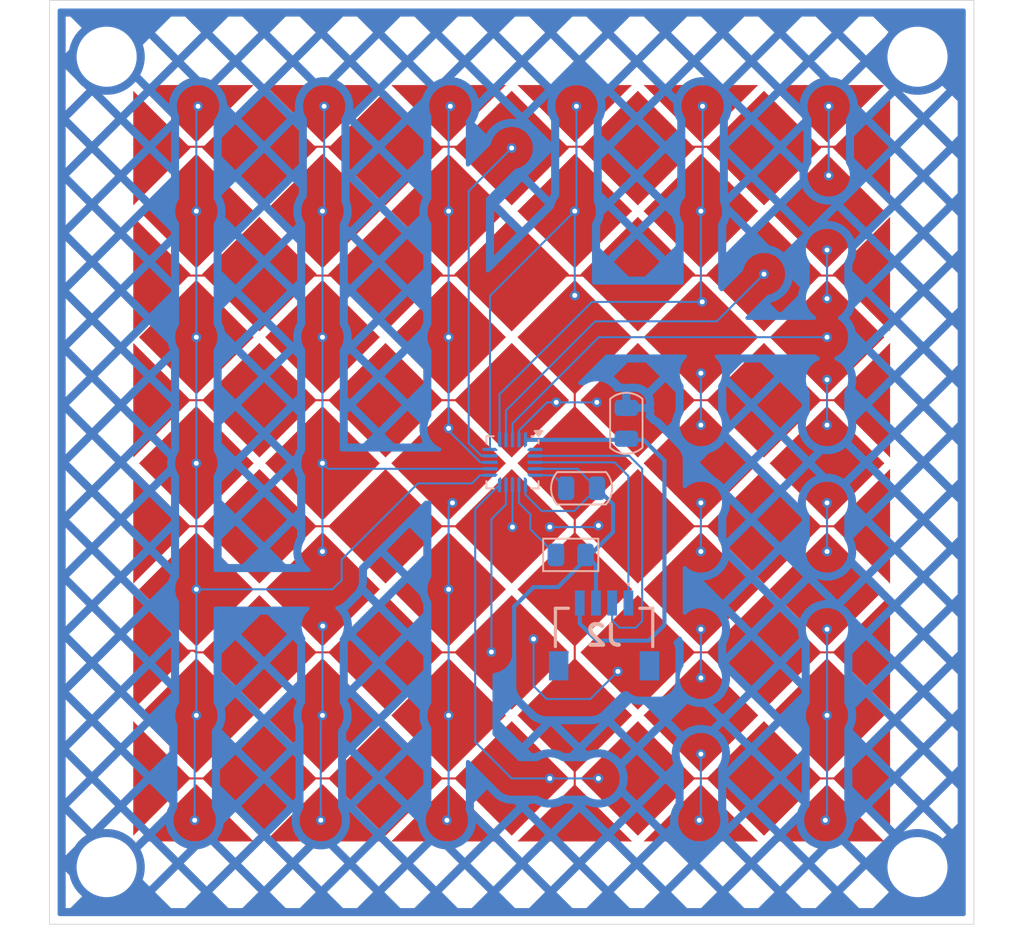
<source format=kicad_pcb>
(kicad_pcb (version 20241229) (generator "pcbnew") (generator_version "9.0")
  (layers (0 "F.Cu" signal) (2 "B.Cu" signal) (13 "F.Paste" user) (15 "B.Paste" user) (5 "F.SilkS" user "F.Silkscreen") (7 "B.SilkS" user "B.Silkscreen") (1 "F.Mask" user) (3 "B.Mask" user) (25 "Edge.Cuts" user))
  (net 0 "")
  (net 1 "GND")
  (net 2 "3.3V")
  (net 3 "Net-(U1-VREG)")
  (net 4 "/XY.SDA")
  (net 5 "/XY.SCL")
  (net 6 "Net-(U1-REXT)")
  (net 7 "/LED5{slash}ELE9")
  (net 8 "/LED4{slash}ELE8")
  (net 9 "/LED6{slash}ELE10")
  (net 10 "/LED1{slash}ELE5")
  (net 11 "/ELE2")
  (net 12 "/ELE3")
  (net 13 "/ELE1")
  (net 14 "/LED2{slash}ELE6")
  (net 15 "/LED7{slash}ELE11")
  (net 16 "/ELE0")
  (net 18 "/LED3{slash}ELE7")
  (net 19 "/LED0{slash}ELE4")
  (footprint "1MyLibrary:touchpad6x6" (layer "F.Cu") (at 177.1 87.303072)
    (property "Reference" "U2" (hide yes))
    (property "Value" "~" (hide yes))
    (pad "1" smd custom (at -19.79899 -4.122583 135) (size 1 1) (layers "F.Cu" "F.Mask") (net 16 "/ELE0") (options (clearance outline) (anchor rect)) (primitives (gr_poly (pts (xy -3.5 1.646447) (xy 1.5 1.646447) (xy 1.5 -3.353553)) (width 0) (fill yes))))
    (pad "1" smd rect (at -19.695437 -41.702797 315) (size 5 5) (layers "F.Cu" "F.Mask") (net 16 "/ELE0"))
    (pad "1" smd rect (at -19.695437 -33.924622 315) (size 5 5) (layers "F.Cu" "F.Mask") (net 16 "/ELE0"))
    (pad "1" smd rect (at -19.695437 -26.146447 315) (size 5 5) (layers "F.Cu" "F.Mask") (net 16 "/ELE0"))
    (pad "1" smd rect (at -19.695437 -18.368273 315) (size 5 5) (layers "F.Cu" "F.Mask") (net 16 "/ELE0"))
    (pad "1" smd rect (at -19.695437 -10.590098 315) (size 5 5) (layers "F.Cu" "F.Mask") (net 16 "/ELE0"))
    (pad "1" smd custom (at -19.591884 -48.17031 315) (size 1 1) (layers "F.Cu" "F.Mask") (net 16 "/ELE0") (options (clearance outline) (anchor rect)) (primitives (gr_poly (pts (xy -3.5 1.646447) (xy 1.5 1.646447) (xy 1.5 -3.353553)) (width 0) (fill yes))))
    (pad "2" smd custom (at -12.020816 -4.122583 135) (size 1 1) (layers "F.Cu" "F.Mask") (net 13 "/ELE1") (options (clearance outline) (anchor rect)) (primitives (gr_poly (pts (xy -3.5 1.646447) (xy 1.5 1.646447) (xy 1.5 -3.353553)) (width 0) (fill yes))))
    (pad "2" smd rect (at -11.917262 -41.702797 315) (size 5 5) (layers "F.Cu" "F.Mask") (net 13 "/ELE1"))
    (pad "2" smd rect (at -11.917262 -26.146447 315) (size 5 5) (layers "F.Cu" "F.Mask") (net 13 "/ELE1"))
    (pad "2" smd rect (at -11.917262 -10.590098 135) (size 5 5) (layers "F.Cu" "F.Mask") (net 13 "/ELE1"))
    (pad "2" smd rect (at -11.917261 -33.924623 315) (size 5 5) (layers "F.Cu" "F.Mask") (net 13 "/ELE1"))
    (pad "2" smd rect (at -11.917261 -18.368272 315) (size 5 5) (layers "F.Cu" "F.Mask") (net 13 "/ELE1"))
    (pad "2" smd custom (at -11.813709 -48.170311 315) (size 1 1) (layers "F.Cu" "F.Mask") (net 13 "/ELE1") (options (clearance outline) (anchor rect)) (primitives (gr_poly (pts (xy -3.5 1.646447) (xy 1.5 1.646447) (xy 1.5 -3.353553)) (width 0) (fill yes))))
    (pad "3" smd custom (at -4.242641 -4.122583 135) (size 1 1) (layers "F.Cu" "F.Mask") (net 11 "/ELE2") (options (clearance outline) (anchor rect)) (primitives (gr_poly (pts (xy -3.5 1.646447) (xy 1.5 1.646447) (xy 1.5 -3.353553)) (width 0) (fill yes))))
    (pad "3" smd rect (at -4.139088 -41.702797 315) (size 5 5) (layers "F.Cu" "F.Mask") (net 11 "/ELE2"))
    (pad "3" smd rect (at -4.139088 -33.924622 315) (size 5 5) (layers "F.Cu" "F.Mask") (net 11 "/ELE2"))
    (pad "3" smd rect (at -4.139088 -26.146447 315) (size 5 5) (layers "F.Cu" "F.Mask") (net 11 "/ELE2"))
    (pad "3" smd rect (at -4.139088 -18.368273 135) (size 5 5) (layers "F.Cu" "F.Mask") (net 11 "/ELE2"))
    (pad "3" smd rect (at -4.139088 -10.590098 135) (size 5 5) (layers "F.Cu" "F.Mask") (net 11 "/ELE2"))
    (pad "3" smd custom (at -4.035535 -48.17031 315) (size 1 1) (layers "F.Cu" "F.Mask") (net 11 "/ELE2") (options (clearance outline) (anchor rect)) (primitives (gr_poly (pts (xy -3.5 1.646447) (xy 1.5 1.646447) (xy 1.5 -3.353553)) (width 0) (fill yes))))
    (pad "4" smd custom (at 3.535533 -4.122583 135) (size 1 1) (layers "F.Cu" "F.Mask") (net 12 "/ELE3") (options (clearance outline) (anchor rect)) (primitives (gr_poly (pts (xy -3.5 1.646447) (xy 1.5 1.646447) (xy 1.5 -3.353553)) (width 0) (fill yes))))
    (pad "4" smd rect (at 3.639087 -41.702797 315) (size 5 5) (layers "F.Cu" "F.Mask") (net 12 "/ELE3"))
    (pad "4" smd rect (at 3.639087 -33.924622 315) (size 5 5) (layers "F.Cu" "F.Mask") (net 12 "/ELE3"))
    (pad "4" smd rect (at 3.639087 -26.146447 135) (size 5 5) (layers "F.Cu" "F.Mask") (net 12 "/ELE3"))
    (pad "4" smd rect (at 3.639087 -18.368273 135) (size 5 5) (layers "F.Cu" "F.Mask") (net 12 "/ELE3"))
    (pad "4" smd rect (at 3.639087 -10.590098 135) (size 5 5) (layers "F.Cu" "F.Mask") (net 12 "/ELE3"))
    (pad "4" smd custom (at 3.742641 -48.170311 315) (size 1 1) (layers "F.Cu" "F.Mask") (net 12 "/ELE3") (options (clearance outline) (anchor rect)) (primitives (gr_poly (pts (xy -3.5 1.646447) (xy 1.5 1.646447) (xy 1.5 -3.353553)) (width 0) (fill yes))))
    (pad "5" smd custom (at 11.313708 -4.122583 135) (size 1 1) (layers "F.Cu" "F.Mask") (net 19 "/LED0{slash}ELE4") (options (clearance outline) (anchor rect)) (primitives (gr_poly (pts (xy -3.5 1.646447) (xy 1.5 1.646447) (xy 1.5 -3.353553)) (width 0) (fill yes))))
    (pad "5" smd rect (at 11.417262 -41.702797 315) (size 5 5) (layers "F.Cu" "F.Mask") (net 19 "/LED0{slash}ELE4"))
    (pad "5" smd rect (at 11.417262 -33.924622 135) (size 5 5) (layers "F.Cu" "F.Mask") (net 19 "/LED0{slash}ELE4"))
    (pad "5" smd rect (at 11.417262 -26.146447 135) (size 5 5) (layers "F.Cu" "F.Mask") (net 19 "/LED0{slash}ELE4"))
    (pad "5" smd rect (at 11.417262 -18.368273 135) (size 5 5) (layers "F.Cu" "F.Mask") (net 19 "/LED0{slash}ELE4"))
    (pad "5" smd rect (at 11.417262 -10.590098 135) (size 5 5) (layers "F.Cu" "F.Mask") (net 19 "/LED0{slash}ELE4"))
    (pad "5" smd custom (at 11.520815 -48.170311 315) (size 1 1) (layers "F.Cu" "F.Mask") (net 19 "/LED0{slash}ELE4") (options (clearance outline) (anchor rect)) (primitives (gr_poly (pts (xy -3.5 1.646447) (xy 1.5 1.646447) (xy 1.5 -3.353553)) (width 0) (fill yes))))
    (pad "6" smd custom (at 19.091883 -4.122583 135) (size 1 1) (layers "F.Cu" "F.Mask") (net 10 "/LED1{slash}ELE5") (options (clearance outline) (anchor rect)) (primitives (gr_poly (pts (xy -3.5 1.646447) (xy 1.5 1.646447) (xy 1.5 -3.353553)) (width 0) (fill yes))))
    (pad "6" smd rect (at 19.195436 -41.702797 135) (size 5 5) (layers "F.Cu" "F.Mask") (net 10 "/LED1{slash}ELE5"))
    (pad "6" smd rect (at 19.195436 -33.924622 135) (size 5 5) (layers "F.Cu" "F.Mask") (net 10 "/LED1{slash}ELE5"))
    (pad "6" smd rect (at 19.195436 -26.146447 135) (size 5 5) (layers "F.Cu" "F.Mask") (net 10 "/LED1{slash}ELE5"))
    (pad "6" smd rect (at 19.195436 -18.368273 135) (size 5 5) (layers "F.Cu" "F.Mask") (net 10 "/LED1{slash}ELE5"))
    (pad "6" smd rect (at 19.195436 -10.590098 135) (size 5 5) (layers "F.Cu" "F.Mask") (net 10 "/LED1{slash}ELE5"))
    (pad "6" smd custom (at 19.29899 -48.170311 315) (size 1 1) (layers "F.Cu" "F.Mask") (net 10 "/LED1{slash}ELE5") (options (clearance outline) (anchor rect)) (primitives (gr_poly (pts (xy -3.5 1.646447) (xy 1.5 1.646447) (xy 1.5 -3.353553)) (width 0) (fill yes))))
    (pad "7" smd custom (at -22.273864 -6.804565 45) (size 1 1) (layers "F.Cu" "F.Mask") (net 14 "/LED2{slash}ELE6") (options (clearance outline) (anchor rect)) (primitives (gr_poly (pts (xy -3.5 1.646447) (xy 1.5 1.646447) (xy 1.5 -3.353553)) (width 0) (fill yes))))
    (pad "7" smd rect (at -15.806349 -6.701011 135) (size 5 5) (layers "F.Cu" "F.Mask") (net 14 "/LED2{slash}ELE6"))
    (pad "7" smd rect (at -8.028175 -6.701011 135) (size 5 5) (layers "F.Cu" "F.Mask") (net 14 "/LED2{slash}ELE6"))
    (pad "7" smd rect (at -0.25 -6.701011 135) (size 5 5) (layers "F.Cu" "F.Mask") (net 14 "/LED2{slash}ELE6"))
    (pad "7" smd rect (at 7.528174 -6.701011 135) (size 5 5) (layers "F.Cu" "F.Mask") (net 14 "/LED2{slash}ELE6"))
    (pad "7" smd rect (at 15.306349 -6.701011 135) (size 5 5) (layers "F.Cu" "F.Mask") (net 14 "/LED2{slash}ELE6"))
    (pad "7" smd custom (at 21.773864 -6.597457 225) (size 1 1) (layers "F.Cu" "F.Mask") (net 14 "/LED2{slash}ELE6") (options (clearance outline) (anchor rect)) (primitives (gr_poly (pts (xy -3.5 1.646447) (xy 1.5 1.646447) (xy 1.5 -3.353553)) (width 0) (fill yes))))
    (pad "8" smd custom (at -22.273864 -14.582739 45) (size 1 1) (layers "F.Cu" "F.Mask") (net 18 "/LED3{slash}ELE7") (options (clearance outline) (anchor rect)) (primitives (gr_poly (pts (xy -3.5 1.646447) (xy 1.5 1.646447) (xy 1.5 -3.353553)) (width 0) (fill yes))))
    (pad "8" smd rect (at -15.806349 -14.479185 315) (size 5 5) (layers "F.Cu" "F.Mask") (net 18 "/LED3{slash}ELE7"))
    (pad "8" smd rect (at -8.028175 -14.479185 135) (size 5 5) (layers "F.Cu" "F.Mask") (net 18 "/LED3{slash}ELE7"))
    (pad "8" smd rect (at -0.25 -14.479185 135) (size 5 5) (layers "F.Cu" "F.Mask") (net 18 "/LED3{slash}ELE7"))
    (pad "8" smd rect (at 7.528174 -14.479185 135) (size 5 5) (layers "F.Cu" "F.Mask") (net 18 "/LED3{slash}ELE7"))
    (pad "8" smd rect (at 15.306349 -14.479185 135) (size 5 5) (layers "F.Cu" "F.Mask") (net 18 "/LED3{slash}ELE7"))
    (pad "8" smd custom (at 21.773864 -14.375632 225) (size 1 1) (layers "F.Cu" "F.Mask") (net 18 "/LED3{slash}ELE7") (options (clearance outline) (anchor rect)) (primitives (gr_poly (pts (xy -3.5 1.646447) (xy 1.5 1.646447) (xy 1.5 -3.353553)) (width 0) (fill yes))))
    (pad "9" smd custom (at -22.273864 -22.360914 45) (size 1 1) (layers "F.Cu" "F.Mask") (net 8 "/LED4{slash}ELE8") (options (clearance outline) (anchor rect)) (primitives (gr_poly (pts (xy -3.5 1.646447) (xy 1.5 1.646447) (xy 1.5 -3.353553)) (width 0) (fill yes))))
    (pad "9" smd rect (at -15.806349 -22.25736 315) (size 5 5) (layers "F.Cu" "F.Mask") (net 8 "/LED4{slash}ELE8"))
    (pad "9" smd rect (at -8.028175 -22.25736 315) (size 5 5) (layers "F.Cu" "F.Mask") (net 8 "/LED4{slash}ELE8"))
    (pad "9" smd rect (at -0.25 -22.25736 135) (size 5 5) (layers "F.Cu" "F.Mask") (net 8 "/LED4{slash}ELE8"))
    (pad "9" smd rect (at 7.528174 -22.25736 135) (size 5 5) (layers "F.Cu" "F.Mask") (net 8 "/LED4{slash}ELE8"))
    (pad "9" smd rect (at 15.306349 -22.25736 135) (size 5 5) (layers "F.Cu" "F.Mask") (net 8 "/LED4{slash}ELE8"))
    (pad "9" smd custom (at 21.773864 -22.153806 225) (size 1 1) (layers "F.Cu" "F.Mask") (net 8 "/LED4{slash}ELE8") (options (clearance outline) (anchor rect)) (primitives (gr_poly (pts (xy -3.5 1.646447) (xy 1.5 1.646447) (xy 1.5 -3.353553)) (width 0) (fill yes))))
    (pad "10" smd custom (at -22.273864 -30.139088 45) (size 1 1) (layers "F.Cu" "F.Mask") (net 7 "/LED5{slash}ELE9") (options (clearance outline) (anchor rect)) (primitives (gr_poly (pts (xy -3.5 1.646447) (xy 1.5 1.646447) (xy 1.5 -3.353553)) (width 0) (fill yes))))
    (pad "10" smd rect (at -15.806349 -30.035535 315) (size 5 5) (layers "F.Cu" "F.Mask") (net 7 "/LED5{slash}ELE9"))
    (pad "10" smd rect (at -8.028175 -30.035535 315) (size 5 5) (layers "F.Cu" "F.Mask") (net 7 "/LED5{slash}ELE9"))
    (pad "10" smd rect (at -0.250001 -30.035534 315) (size 5 5) (layers "F.Cu" "F.Mask") (net 7 "/LED5{slash}ELE9"))
    (pad "10" smd rect (at 7.528174 -30.035535 135) (size 5 5) (layers "F.Cu" "F.Mask") (net 7 "/LED5{slash}ELE9"))
    (pad "10" smd rect (at 15.306349 -30.035535 135) (size 5 5) (layers "F.Cu" "F.Mask") (net 7 "/LED5{slash}ELE9"))
    (pad "10" smd custom (at 21.773864 -29.931981 225) (size 1 1) (layers "F.Cu" "F.Mask") (net 7 "/LED5{slash}ELE9") (options (clearance outline) (anchor rect)) (primitives (gr_poly (pts (xy -3.5 1.646447) (xy 1.5 1.646447) (xy 1.5 -3.353553)) (width 0) (fill yes))))
    (pad "11" smd custom (at -22.273864 -37.917263 45) (size 1 1) (layers "F.Cu" "F.Mask") (net 9 "/LED6{slash}ELE10") (options (clearance outline) (anchor rect)) (primitives (gr_poly (pts (xy -3.5 1.646447) (xy 1.5 1.646447) (xy 1.5 -3.353553)) (width 0) (fill yes))))
    (pad "11" smd rect (at -15.806349 -37.813709 315) (size 5 5) (layers "F.Cu" "F.Mask") (net 9 "/LED6{slash}ELE10"))
    (pad "11" smd rect (at -8.028175 -37.813709 315) (size 5 5) (layers "F.Cu" "F.Mask") (net 9 "/LED6{slash}ELE10"))
    (pad "11" smd rect (at -0.25 -37.813709 315) (size 5 5) (layers "F.Cu" "F.Mask") (net 9 "/LED6{slash}ELE10"))
    (pad "11" smd rect (at 7.528174 -37.813709 315) (size 5 5) (layers "F.Cu" "F.Mask") (net 9 "/LED6{slash}ELE10"))
    (pad "11" smd rect (at 15.306349 -37.813709 135) (size 5 5) (layers "F.Cu" "F.Mask") (net 9 "/LED6{slash}ELE10"))
    (pad "11" smd custom (at 21.773864 -37.710156 225) (size 1 1) (layers "F.Cu" "F.Mask") (net 9 "/LED6{slash}ELE10") (options (clearance outline) (anchor rect)) (primitives (gr_poly (pts (xy -3.5 1.646447) (xy 1.5 1.646447) (xy 1.5 -3.353553)) (width 0) (fill yes))))
    (pad "12" smd custom (at -22.273864 -45.695437 45) (size 1 1) (layers "F.Cu" "F.Mask") (net 15 "/LED7{slash}ELE11") (options (clearance outline) (anchor rect)) (primitives (gr_poly (pts (xy -3.5 1.646447) (xy 1.5 1.646447) (xy 1.5 -3.353553)) (width 0) (fill yes))))
    (pad "12" smd rect (at -15.80635 -45.591883 315) (size 5 5) (layers "F.Cu" "F.Mask") (net 15 "/LED7{slash}ELE11"))
    (pad "12" smd rect (at -8.028175 -45.591884 315) (size 5 5) (layers "F.Cu" "F.Mask") (net 15 "/LED7{slash}ELE11"))
    (pad "12" smd rect (at -0.250001 -45.591883 315) (size 5 5) (layers "F.Cu" "F.Mask") (net 15 "/LED7{slash}ELE11"))
    (pad "12" smd rect (at 7.528174 -45.591884 315) (size 5 5) (layers "F.Cu" "F.Mask") (net 15 "/LED7{slash}ELE11"))
    (pad "12" smd rect (at 15.30635 -45.591883 315) (size 5 5) (layers "F.Cu" "F.Mask") (net 15 "/LED7{slash}ELE11"))
    (pad "12" smd custom (at 21.773864 -45.48833 225) (size 1 1) (layers "F.Cu" "F.Mask") (net 15 "/LED7{slash}ELE11") (options (clearance outline) (anchor rect)) (primitives (gr_poly (pts (xy -3.5 1.646447) (xy 1.5 1.646447) (xy 1.5 -3.353553)) (width 0) (fill yes))))
  )
  (footprint "MountingHole:MountingHole_3.2mm_M3" (layer "F.Cu") (at 201.875 86.075)
    (property "Reference" "H4" (hide yes))
    (property "Value" "MountingHole_M3")
    (pad "" np_thru_hole circle (at 0 0) (size 3.2 3.2) (drill 3.2) (layers "*.Cu" "*.Mask"))
  )
  (footprint "MountingHole:MountingHole_3.2mm_M3" (layer "F.Cu") (at 151.875 86.075)
    (property "Reference" "H3" (hide yes))
    (property "Value" "MountingHole_M3")
    (pad "" np_thru_hole circle (at 0 0) (size 3.2 3.2) (drill 3.2) (layers "*.Cu" "*.Mask"))
  )
  (footprint "MountingHole:MountingHole_3.2mm_M3" (layer "F.Cu") (at 201.875 36.075)
    (property "Reference" "H2" (hide yes))
    (property "Value" "MountingHole_M3")
    (pad "" np_thru_hole circle (at 0 0) (size 3.2 3.2) (drill 3.2) (layers "*.Cu" "*.Mask"))
  )
  (footprint "MountingHole:MountingHole_3.2mm_M3" (layer "F.Cu") (at 151.875 36.075)
    (property "Reference" "H1" (hide yes))
    (property "Value" "MountingHole_M3")
    (pad "" np_thru_hole circle (at 0 0) (size 3.2 3.2) (drill 3.2) (layers "*.Cu" "*.Mask"))
  )
  (footprint "PCM_Resistor_SMD_AKL:R_0805_2012Metric" (layer "B.Cu") (at 180.490894 66.81 180)
    (property "Reference" "R3" (hide yes))
    (property "Value" "75K" (hide yes))
    (fp_line (start 1.7 1) (end 1.7 -1) (stroke (width 0.12)) (layer "B.SilkS"))
    (fp_line (start 1.7 -1) (end -1.7 -1) (stroke (width 0.12)) (layer "B.SilkS"))
    (fp_line (start -1.7 1) (end 1.7 1) (stroke (width 0.12)) (layer "B.SilkS"))
    (fp_line (start -1.7 -1) (end -1.7 1) (stroke (width 0.12)) (layer "B.SilkS"))
    (pad "1" smd roundrect (at -0.9125 0 180) (size 1.025 1.4) (layers "B.Cu" "B.Mask" "B.Paste") (roundrect_rratio 0.243902) (net 1 "GND"))
    (pad "2" smd roundrect (at 0.9125 0 180) (size 1.025 1.4) (layers "B.Cu" "B.Mask" "B.Paste") (roundrect_rratio 0.243902) (net 6 "Net-(U1-REXT)"))
  )
  (footprint "footprint:SM04BSRSSTB" (layer "B.Cu") (at 182.547113 72.065894 180)
    (property "Reference" "J2" (at 0 0.288 0) (layer "B.SilkS") (effects (font (size 1.27 1.27) (thickness 0.254)) (justify mirror)))
    (property "Value" "SM04B-SRSS-TB" (hide yes))
    (fp_line (start 3 1.963) (end 2.2 1.963) (stroke (width 0.2)) (layer "B.SilkS"))
    (fp_line (start 3 -0.4) (end 3 1.963) (stroke (width 0.2)) (layer "B.SilkS"))
    (fp_line (start -1.5 3.5) (end -1.5 3.5) (stroke (width 0.1)) (layer "B.SilkS"))
    (fp_line (start -1.5 3.4) (end -1.5 3.4) (stroke (width 0.1)) (layer "B.SilkS"))
    (fp_line (start -3 1.963) (end -2.2 1.963) (stroke (width 0.2)) (layer "B.SilkS"))
    (fp_line (start -3 -0.4) (end -3 1.963) (stroke (width 0.2)) (layer "B.SilkS"))
    (fp_arc (start -1.5 3.5) (mid -1.55 3.45) (end -1.5 3.4) (stroke (width 0.1)) (layer "B.SilkS"))
    (fp_arc (start -1.5 3.4) (mid -1.45 3.45) (end -1.5 3.5) (stroke (width 0.1)) (layer "B.SilkS"))
    (pad "1" smd rect (at -1.5 2.287 180) (size 0.6 1.55) (layers "B.Cu" "B.Mask" "B.Paste") (net 4 "/XY.SDA"))
    (pad "2" smd rect (at -0.5 2.287 180) (size 0.6 1.55) (layers "B.Cu" "B.Mask" "B.Paste") (net 5 "/XY.SCL"))
    (pad "3" smd rect (at 0.5 2.287 180) (size 0.6 1.55) (layers "B.Cu" "B.Mask" "B.Paste") (net 1 "GND"))
    (pad "4" smd rect (at 1.5 2.287 180) (size 0.6 1.55) (layers "B.Cu" "B.Mask" "B.Paste") (net 2 "3.3V"))
    (pad "MP1" smd rect (at -2.8 -1.588 180) (size 1.2 1.8) (layers "B.Cu" "B.Mask" "B.Paste"))
    (pad "MP2" smd rect (at 2.8 -1.588 180) (size 1.2 1.8) (layers "B.Cu" "B.Mask" "B.Paste"))
  )
  (footprint "Package_DFN_QFN:UQFN-20_3x3mm_P0.4mm" (layer "B.Cu") (at 176.9 61.1 180)
    (property "Reference" "U1" (hide yes))
    (property "Value" "MPR121QR2")
    (fp_line (start 1.61 1.61) (end 1.61 1.16) (stroke (width 0.12)) (layer "B.SilkS"))
    (fp_line (start 1.61 -1.61) (end 1.61 -1.16) (stroke (width 0.12)) (layer "B.SilkS"))
    (fp_line (start 1.16 1.61) (end 1.61 1.61) (stroke (width 0.12)) (layer "B.SilkS"))
    (fp_line (start 1.16 -1.61) (end 1.61 -1.61) (stroke (width 0.12)) (layer "B.SilkS"))
    (fp_line (start -1.16 1.61) (end -1.31 1.61) (stroke (width 0.12)) (layer "B.SilkS"))
    (fp_line (start -1.16 -1.61) (end -1.61 -1.61) (stroke (width 0.12)) (layer "B.SilkS"))
    (fp_line (start -1.61 1.16) (end -1.61 1.37) (stroke (width 0.12)) (layer "B.SilkS"))
    (fp_line (start -1.61 -1.61) (end -1.61 -1.16) (stroke (width 0.12)) (layer "B.SilkS"))
    (fp_poly (pts (xy -1.61 1.61) (xy -1.85 1.94) (xy -1.37 1.94) (xy -1.61 1.61)) (stroke (width 0.12)) (fill yes) (layer "B.SilkS"))
    (pad "1" smd custom (at -1.3875 0.8 180) (size 0.115147 0.115147) (layers "B.Cu" "B.Mask" "B.Paste") (options (clearance outline) (anchor circle)) (primitives (gr_poly (pts (xy -0.4225 0.06) (xy 0.325931 0.06) (xy 0.4225 -0.036569) (xy 0.4225 -0.06) (xy -0.4225 -0.06)) (width 0.08) (fill yes))))
    (pad "2" smd roundrect (at -1.3875 0.4 180) (size 0.925 0.2) (layers "B.Cu" "B.Mask" "B.Paste") (net 5 "/XY.SCL"))
    (pad "3" smd roundrect (at -1.3875 0 180) (size 0.925 0.2) (layers "B.Cu" "B.Mask" "B.Paste") (net 4 "/XY.SDA"))
    (pad "4" smd roundrect (at -1.3875 -0.4 180) (size 0.925 0.2) (layers "B.Cu" "B.Mask" "B.Paste") (net 1 "GND"))
    (pad "5" smd custom (at -1.3875 -0.8 180) (size 0.115147 0.115147) (layers "B.Cu" "B.Mask" "B.Paste") (net 3 "Net-(U1-VREG)") (options (clearance outline) (anchor circle)) (primitives (gr_poly (pts (xy -0.4225 0.06) (xy 0.4225 0.06) (xy 0.4225 0.036569) (xy 0.325931 -0.06) (xy -0.4225 -0.06)) (width 0.08) (fill yes))))
    (pad "6" smd custom (at -0.8 -1.3875 180) (size 0.115147 0.115147) (layers "B.Cu" "B.Mask" "B.Paste") (net 1 "GND") (options (clearance outline) (anchor circle)) (primitives (gr_poly (pts (xy -0.06 0.325931) (xy 0.036569 0.4225) (xy 0.06 0.4225) (xy 0.06 -0.4225) (xy -0.06 -0.4225)) (width 0.08) (fill yes))))
    (pad "7" smd roundrect (at -0.4 -1.3875 180) (size 0.2 0.925) (layers "B.Cu" "B.Mask" "B.Paste") (net 6 "Net-(U1-REXT)"))
    (pad "8" smd roundrect (at 0 -1.3875 180) (size 0.2 0.925) (layers "B.Cu" "B.Mask" "B.Paste") (net 8 "/LED4{slash}ELE8"))
    (pad "9" smd roundrect (at 0.4 -1.3875 180) (size 0.2 0.925) (layers "B.Cu" "B.Mask" "B.Paste") (net 18 "/LED3{slash}ELE7"))
    (pad "10" smd custom (at 0.8 -1.3875 180) (size 0.115147 0.115147) (layers "B.Cu" "B.Mask" "B.Paste") (net 14 "/LED2{slash}ELE6") (options (clearance outline) (anchor circle)) (primitives (gr_poly (pts (xy -0.06 0.4225) (xy -0.036569 0.4225) (xy 0.06 0.325931) (xy 0.06 -0.4225) (xy -0.06 -0.4225)) (width 0.08) (fill yes))))
    (pad "11" smd custom (at 1.3875 -0.8 180) (size 0.115147 0.115147) (layers "B.Cu" "B.Mask" "B.Paste") (net 16 "/ELE0") (options (clearance outline) (anchor circle)) (primitives (gr_poly (pts (xy -0.4225 0.06) (xy 0.4225 0.06) (xy 0.4225 -0.06) (xy -0.325931 -0.06) (xy -0.4225 0.036569)) (width 0.08) (fill yes))))
    (pad "12" smd roundrect (at 1.3875 -0.4 180) (size 0.925 0.2) (layers "B.Cu" "B.Mask" "B.Paste") (net 13 "/ELE1"))
    (pad "13" smd roundrect (at 1.3875 0 180) (size 0.925 0.2) (layers "B.Cu" "B.Mask" "B.Paste") (net 11 "/ELE2"))
    (pad "14" smd roundrect (at 1.3875 0.4 180) (size 0.925 0.2) (layers "B.Cu" "B.Mask" "B.Paste") (net 15 "/LED7{slash}ELE11"))
    (pad "15" smd custom (at 1.3875 0.8 180) (size 0.115147 0.115147) (layers "B.Cu" "B.Mask" "B.Paste") (net 12 "/ELE3") (options (clearance outline) (anchor circle)) (primitives (gr_poly (pts (xy -0.4225 -0.036569) (xy -0.325931 0.06) (xy 0.4225 0.06) (xy 0.4225 -0.06) (xy -0.4225 -0.06)) (width 0.08) (fill yes))))
    (pad "16" smd custom (at 0.8 1.3875 180) (size 0.115147 0.115147) (layers "B.Cu" "B.Mask" "B.Paste") (net 19 "/LED0{slash}ELE4") (options (clearance outline) (anchor circle)) (primitives (gr_poly (pts (xy -0.06 0.4225) (xy 0.06 0.4225) (xy 0.06 -0.325931) (xy -0.036569 -0.4225) (xy -0.06 -0.4225)) (width 0.08) (fill yes))))
    (pad "17" smd roundrect (at 0.4 1.3875 180) (size 0.2 0.925) (layers "B.Cu" "B.Mask" "B.Paste") (net 9 "/LED6{slash}ELE10"))
    (pad "18" smd roundrect (at 0 1.3875 180) (size 0.2 0.925) (layers "B.Cu" "B.Mask" "B.Paste") (net 10 "/LED1{slash}ELE5"))
    (pad "19" smd roundrect (at -0.4 1.3875 180) (size 0.2 0.925) (layers "B.Cu" "B.Mask" "B.Paste") (net 7 "/LED5{slash}ELE9"))
    (pad "20" smd custom (at -0.8 1.3875 180) (size 0.115147 0.115147) (layers "B.Cu" "B.Mask" "B.Paste") (net 2 "3.3V") (options (clearance outline) (anchor circle)) (primitives (gr_poly (pts (xy -0.06 0.4225) (xy 0.06 0.4225) (xy 0.06 -0.4225) (xy 0.036569 -0.4225) (xy -0.06 -0.325931)) (width 0.08) (fill yes))))
  )
  (footprint "PCM_Capacitor_SMD_AKL:C_0805_2012Metric" (layer "B.Cu") (at 183.92 58.690894 90)
    (property "Reference" "C1" (hide yes))
    (property "Value" "100N" (hide yes))
    (fp_line (start 1.5 -1) (end -1.5 -1) (stroke (width 0.12)) (layer "B.SilkS"))
    (fp_line (start -1.5 1) (end 1.5 1) (stroke (width 0.12)) (layer "B.SilkS"))
    (fp_arc (start 1.5 -1) (mid 1.880894 0) (end 1.5 1) (stroke (width 0.12)) (layer "B.SilkS"))
    (fp_arc (start -1.5 1) (mid -1.880894 0) (end -1.5 -1) (stroke (width 0.12)) (layer "B.SilkS"))
    (pad "1" smd roundrect (at -0.949999 0 90) (size 1 1.45) (layers "B.Cu" "B.Mask" "B.Paste") (net 2 "3.3V"))
    (pad "2" smd roundrect (at 0.949999 0 90) (size 1 1.45) (layers "B.Cu" "B.Mask" "B.Paste") (net 1 "GND"))
  )
  (footprint "PCM_Capacitor_SMD_AKL:C_0805_2012Metric" (layer "B.Cu") (at 181.16 62.7)
    (property "Reference" "C2" (hide yes))
    (property "Value" "100N" (hide yes))
    (fp_line (start -1.5 1) (end 1.5 1) (stroke (width 0.12)) (layer "B.SilkS"))
    (fp_line (start 1.5 -1) (end -1.5 -1) (stroke (width 0.12)) (layer "B.SilkS"))
    (fp_arc (start -1.5 1) (mid -1.880894 0) (end -1.5 -1) (stroke (width 0.12)) (layer "B.SilkS"))
    (fp_arc (start 1.5 -1) (mid 1.880894 0) (end 1.5 1) (stroke (width 0.12)) (layer "B.SilkS"))
    (pad "1" smd roundrect (at -0.949999 0) (size 1 1.45) (layers "B.Cu" "B.Mask" "B.Paste") (net 3 "Net-(U1-VREG)"))
    (pad "2" smd roundrect (at 0.949999 0) (size 1 1.45) (layers "B.Cu" "B.Mask" "B.Paste") (net 1 "GND"))
  )
  (gr_rect (start 148.35 32.6) (end 205.35 89.6) (stroke (width 0.05)) (fill no) (layer "Edge.Cuts"))
  (segment (start 180.709999 64.1) (end 182.109999 62.7) (width 0.127) (layer "B.Cu") (net 1))
  (segment (start 181.403394 66.81) (end 181.69 66.81) (width 0.254) (layer "B.Cu") (net 1))
  (segment (start 181.403394 67.096606) (end 180 68.5) (width 0.254) (layer "B.Cu") (net 1))
  (segment (start 180.909999 61.5) (end 178.2875 61.5) (width 0.127) (layer "B.Cu") (net 1))
  (segment (start 178.7 64.1) (end 180.709999 64.1) (width 0.127) (layer "B.Cu") (net 1))
  (segment (start 182.109999 62.7) (end 180.909999 61.5) (width 0.127) (layer "B.Cu") (net 1))
  (segment (start 181.403394 66.81) (end 182.047113 67.453719) (width 0.254) (layer "B.Cu") (net 1))
  (segment (start 183.1 63.690001) (end 182.109999 62.7) (width 0.254) (layer "B.Cu") (net 1))
  (segment (start 177.7 63.1) (end 178.7 64.1) (width 0.127) (layer "B.Cu") (net 1))
  (segment (start 183.1 65.4) (end 183.1 63.690001) (width 0.254) (layer "B.Cu") (net 1))
  (segment (start 179.7 68.8) (end 178.2 68.8) (width 0.254) (layer "B.Cu") (net 1))
  (segment (start 181.403394 66.81) (end 181.403394 67.096606) (width 0.254) (layer "B.Cu") (net 1))
  (segment (start 181.69 66.81) (end 183.1 65.4) (width 0.254) (layer "B.Cu") (net 1))
  (segment (start 182.047113 67.453719) (end 182.047113 69.778894) (width 0.254) (layer "B.Cu") (net 1))
  (segment (start 177 70) (end 177 73.7) (width 0.254) (layer "B.Cu") (net 1))
  (segment (start 180 68.5) (end 179.7 68.8) (width 0.254) (layer "B.Cu") (net 1))
  (segment (start 177.7 62.4875) (end 177.7 63.1) (width 0.127) (layer "B.Cu") (net 1))
  (segment (start 178.2 68.8) (end 177 70) (width 0.254) (layer "B.Cu") (net 1))
  (segment (start 184.991607 59.7125) (end 177.728 59.7125) (width 0.254) (layer "B.Cu") (net 2))
  (segment (start 186.270001 60.990894) (end 184.991607 59.7125) (width 0.254) (layer "B.Cu") (net 2))
  (segment (start 186.270001 71.129999) (end 186.270001 60.990894) (width 0.254) (layer "B.Cu") (net 2))
  (segment (start 185.3 72.1) (end 186.270001 71.129999) (width 0.254) (layer "B.Cu") (net 2))
  (segment (start 181.047113 71.047113) (end 182.1 72.1) (width 0.254) (layer "B.Cu") (net 2))
  (segment (start 182.1 72.1) (end 185.3 72.1) (width 0.254) (layer "B.Cu") (net 2))
  (segment (start 181.047113 69.778894) (end 181.047113 71.047113) (width 0.254) (layer "B.Cu") (net 2))
  (segment (start 180.210001 62.7) (end 179.410001 61.9) (width 0.127) (layer "B.Cu") (net 3))
  (segment (start 179.410001 61.9) (end 178.2875 61.9) (width 0.127) (layer "B.Cu") (net 3))
  (segment (start 184.047113 61.947113) (end 183.2 61.1) (width 0.127) (layer "B.Cu") (net 4))
  (segment (start 184.047113 69.778894) (end 184.047113 61.947113) (width 0.127) (layer "B.Cu") (net 4))
  (segment (start 183.2 61.1) (end 178.2875 61.1) (width 0.127) (layer "B.Cu") (net 4))
  (segment (start 183.047113 70.847113) (end 183.047113 69.778894) (width 0.127) (layer "B.Cu") (net 5))
  (segment (start 183.5 71.3) (end 183.047113 70.847113) (width 0.127) (layer "B.Cu") (net 5))
  (segment (start 178.2875 60.7) (end 184.1 60.7) (width 0.127) (layer "B.Cu") (net 5))
  (segment (start 184.5 71.3) (end 183.5 71.3) (width 0.127) (layer "B.Cu") (net 5))
  (segment (start 184.1 60.7) (end 184.89675 61.49675) (width 0.127) (layer "B.Cu") (net 5))
  (segment (start 184.89675 61.49675) (end 184.89675 70.90325) (width 0.127) (layer "B.Cu") (net 5))
  (segment (start 184.89675 70.90325) (end 184.5 71.3) (width 0.127) (layer "B.Cu") (net 5))
  (segment (start 178 64.3) (end 177.3 63.6) (width 0.127) (layer "B.Cu") (net 6))
  (segment (start 179.578394 66.81) (end 178 65.231606) (width 0.127) (layer "B.Cu") (net 6))
  (segment (start 178 65.231606) (end 178 64.3) (width 0.127) (layer "B.Cu") (net 6))
  (segment (start 177.3 63.6) (end 177.3 62.4875) (width 0.127) (layer "B.Cu") (net 6))
  (segment (start 192.406349 57.267537) (end 184.628174 57.267537) (width 0.127) (layer "F.Cu") (net 7))
  (segment (start 198.77031 57.267537) (end 192.406349 57.267537) (width 0.127) (layer "F.Cu") (net 7))
  (segment (start 198.873864 57.371091) (end 198.77031 57.267537) (width 0.127) (layer "F.Cu") (net 7))
  (segment (start 169.071825 57.267537) (end 161.293651 57.267537) (width 0.127) (layer "F.Cu") (net 7))
  (segment (start 161.293651 57.267537) (end 154.929689 57.267537) (width 0.127) (layer "F.Cu") (net 7))
  (segment (start 154.929689 57.267537) (end 154.826136 57.163984) (width 0.127) (layer "F.Cu") (net 7))
  (segment (start 176.849999 57.267538) (end 169.071825 57.267537) (width 0.127) (layer "F.Cu") (net 7))
  (via (at 179.6 57.4) (size 0.6) (drill 0.3) (layers "F.Cu" "B.Cu") (net 7))
  (via (at 182.1 57.4) (size 0.6) (drill 0.3) (layers "F.Cu" "B.Cu") (net 7))
  (segment (start 179.032844 57.4) (end 177.3 59.132844) (width 0.127) (layer "B.Cu") (net 7))
  (segment (start 182.1 57.4) (end 179.6 57.4) (width 0.127) (layer "B.Cu") (net 7))
  (segment (start 179.6 57.4) (end 179.032844 57.4) (width 0.127) (layer "B.Cu") (net 7))
  (segment (start 177.3 59.132844) (end 177.3 59.7125) (width 0.127) (layer "B.Cu") (net 7))
  (segment (start 184.628174 65.045712) (end 187.4 65.045712) (width 0.127) (layer "F.Cu") (net 8))
  (segment (start 192.406349 65.045712) (end 198.77031 65.045712) (width 0.127) (layer "F.Cu") (net 8))
  (segment (start 198.77031 65.045712) (end 198.873864 65.149266) (width 0.127) (layer "F.Cu") (net 8))
  (segment (start 187.4 65.045712) (end 192.406349 65.045712) (width 0.127) (layer "F.Cu") (net 8))
  (segment (start 161.293651 65.045712) (end 154.92969 65.045712) (width 0.127) (layer "F.Cu") (net 8))
  (segment (start 154.92969 65.045712) (end 154.826136 64.942158) (width 0.127) (layer "F.Cu") (net 8))
  (segment (start 169.071825 65.045712) (end 176.85 65.045712) (width 0.127) (layer "F.Cu") (net 8))
  (segment (start 169.071825 65.045712) (end 161.293651 65.045712) (width 0.127) (layer "F.Cu") (net 8))
  (segment (start 155.018743 65.134765) (end 154.826136 64.942158) (width 0.127) (layer "F.Cu") (net 8))
  (via (at 182.2 65) (size 0.6) (drill 0.3) (layers "F.Cu" "B.Cu") (net 8))
  (via (at 176.898456 65.094168) (size 0.6) (drill 0.3) (layers "F.Cu" "B.Cu") (net 8))
  (via (at 179.2 65.094168) (size 0.6) (drill 0.3) (layers "F.Cu" "B.Cu") (net 8))
  (segment (start 176.898456 63.501544) (end 176.9 63.5) (width 0.127) (layer "B.Cu") (net 8))
  (segment (start 182 65) (end 181.905832 65.094168) (width 0.127) (layer "B.Cu") (net 8))
  (segment (start 181.905832 65.094168) (end 179.2 65.094168) (width 0.127) (layer "B.Cu") (net 8))
  (segment (start 176.9 63.5) (end 176.9 62.4875) (width 0.127) (layer "B.Cu") (net 8))
  (segment (start 182.2 65) (end 182 65) (width 0.127) (layer "B.Cu") (net 8))
  (segment (start 176.898456 65.094168) (end 176.898456 63.501544) (width 0.127) (layer "B.Cu") (net 8))
  (segment (start 155.018743 49.578416) (end 154.826136 49.385809) (width 0.127) (layer "F.Cu") (net 9))
  (segment (start 198.859364 49.578416) (end 155.018743 49.578416) (width 0.127) (layer "F.Cu") (net 9))
  (segment (start 198.873864 49.592916) (end 198.859364 49.578416) (width 0.127) (layer "F.Cu") (net 9))
  (via (at 192.406349 49.489363) (size 0.6) (drill 0.3) (layers "F.Cu" "B.Cu") (net 9))
  (segment (start 192.406349 49.489363) (end 189.495712 52.4) (width 0.127) (layer "B.Cu") (net 9))
  (segment (start 176.5 57.9) (end 176.5 59.7125) (width 0.127) (layer "B.Cu") (net 9))
  (segment (start 189.495712 52.4) (end 182 52.4) (width 0.127) (layer "B.Cu") (net 9))
  (segment (start 182 52.4) (end 176.5 57.9) (width 0.127) (layer "B.Cu") (net 9))
  (via (at 196.295436 66.6) (size 0.6) (drill 0.3) (layers "F.Cu" "B.Cu") (net 10))
  (via (at 196.295436 48) (size 0.6) (drill 0.3) (layers "F.Cu" "B.Cu") (net 10))
  (via (at 196.295436 56) (size 0.6) (drill 0.3) (layers "F.Cu" "B.Cu") (net 10))
  (via (at 196.295436 51) (size 0.6) (drill 0.3) (layers "F.Cu" "B.Cu") (net 10))
  (via (at 196.295436 63.6) (size 0.6) (drill 0.3) (layers "F.Cu" "B.Cu") (net 10))
  (via (at 196.295436 58.8) (size 0.6) (drill 0.3) (layers "F.Cu" "B.Cu") (net 10))
  (via (at 196.39899 39.132761) (size 0.6) (drill 0.3) (layers "F.Cu" "B.Cu") (net 10))
  (via (at 196.295436 53.37845) (size 0.6) (drill 0.3) (layers "F.Cu" "B.Cu") (net 10))
  (via (at 196.295436 76.712974) (size 0.6) (drill 0.3) (layers "F.Cu" "B.Cu") (net 10))
  (via (at 196.39899 43.4) (size 0.6) (drill 0.3) (layers "F.Cu" "B.Cu") (net 10))
  (via (at 196.295436 71.4) (size 0.6) (drill 0.3) (layers "F.Cu" "B.Cu") (net 10))
  (via (at 196.191883 83.180489) (size 0.6) (drill 0.3) (layers "F.Cu" "B.Cu") (net 10))
  (segment (start 176.9 58.7) (end 176.9 59.7125) (width 0.127) (layer "B.Cu") (net 10))
  (segment (start 196.295436 63.6) (end 196.295436 66.6) (width 0.127) (layer "B.Cu") (net 10))
  (segment (start 196.295436 71.4) (end 196.295436 76.712974) (width 0.127) (layer "B.Cu") (net 10))
  (segment (start 196.39899 43.4) (end 196.39899 39.132761) (width 0.127) (layer "B.Cu") (net 10))
  (segment (start 196.39899 43.4) (end 196.295436 43.503554) (width 0.127) (layer "B.Cu") (net 10))
  (segment (start 196.295436 48) (end 196.295436 51) (width 0.127) (layer "B.Cu") (net 10))
  (segment (start 196.295436 53.37845) (end 182.22155 53.37845) (width 0.127) (layer "B.Cu") (net 10))
  (segment (start 196.295436 76.712974) (end 196.295436 83.076936) (width 0.127) (layer "B.Cu") (net 10))
  (segment (start 182.22155 53.37845) (end 176.9 58.7) (width 0.127) (layer "B.Cu") (net 10))
  (segment (start 196.295436 56) (end 196.295436 58.8) (width 0.127) (layer "B.Cu") (net 10))
  (segment (start 196.295436 83.076936) (end 196.191883 83.180489) (width 0.127) (layer "B.Cu") (net 10))
  (via (at 172.960912 53.37845) (size 0.6) (drill 0.3) (layers "F.Cu" "B.Cu") (net 11))
  (via (at 172.857359 83.180489) (size 0.6) (drill 0.3) (layers "F.Cu" "B.Cu") (net 11))
  (via (at 172.960912 59) (size 0.6) (drill 0.3) (layers "F.Cu" "B.Cu") (net 11))
  (via (at 172.960912 76.712974) (size 0.6) (drill 0.3) (layers "F.Cu" "B.Cu") (net 11))
  (via (at 172.960912 68.934799) (size 0.6) (drill 0.3) (layers "F.Cu" "B.Cu") (net 11))
  (via (at 172.960912 45.600275) (size 0.6) (drill 0.3) (layers "F.Cu" "B.Cu") (net 11))
  (via (at 173.2 63.6) (size 0.6) (drill 0.3) (layers "F.Cu" "B.Cu") (net 11))
  (via (at 173.064465 39.132762) (size 0.6) (drill 0.3) (layers "F.Cu" "B.Cu") (net 11))
  (segment (start 172.960912 83.076936) (end 172.857359 83.180489) (width 0.127) (layer "B.Cu") (net 11))
  (segment (start 172.960912 76.712974) (end 172.960912 83.076936) (width 0.127) (layer "B.Cu") (net 11))
  (segment (start 173.2 63.6) (end 172.960912 63.839088) (width 0.127) (layer "B.Cu") (net 11))
  (segment (start 172.960912 45.600275) (end 172.960912 39.236315) (width 0.127) (layer "B.Cu") (net 11))
  (segment (start 172.960912 68.934799) (end 172.960912 76.712974) (width 0.127) (layer "B.Cu") (net 11))
  (segment (start 172.960912 53.37845) (end 172.960912 45.600275) (width 0.127) (layer "B.Cu") (net 11))
  (segment (start 172.960912 59.139006) (end 172.960912 59) (width 0.127) (layer "B.Cu") (net 11))
  (segment (start 172.960912 63.839088) (end 172.960912 68.934799) (width 0.127) (layer "B.Cu") (net 11))
  (segment (start 174.921906 61.1) (end 172.960912 59.139006) (width 0.127) (layer "B.Cu") (net 11))
  (segment (start 175.5125 61.1) (end 174.921906 61.1) (width 0.127) (layer "B.Cu") (net 11))
  (segment (start 172.960912 59) (end 172.960912 53.37845) (width 0.127) (layer "B.Cu") (net 11))
  (segment (start 172.960912 39.236315) (end 173.064465 39.132762) (width 0.127) (layer "B.Cu") (net 11))
  (segment (start 180.739087 83.076935) (end 180.739087 76.712974) (width 0.127) (layer "F.Cu") (net 12))
  (segment (start 180.739087 68.934799) (end 180.739087 61.156625) (width 0.127) (layer "F.Cu") (net 12))
  (segment (start 180.739087 76.712974) (end 180.739087 68.934799) (width 0.127) (layer "F.Cu") (net 12))
  (segment (start 180.635533 83.180489) (end 180.739087 83.076935) (width 0.127) (layer "F.Cu") (net 12))
  (segment (start 180.739087 61.156625) (end 180.739087 53.37845) (width 0.127) (layer "F.Cu") (net 12))
  (via (at 180.739087 50.8) (size 0.6) (drill 0.3) (layers "F.Cu" "B.Cu") (net 12))
  (via (at 180.842641 39.132761) (size 0.6) (drill 0.3) (layers "F.Cu" "B.Cu") (net 12))
  (via (at 180.739087 45.600275) (size 0.6) (drill 0.3) (layers "F.Cu" "B.Cu") (net 12))
  (segment (start 180.739087 45.600275) (end 180.739087 50.8) (width 0.127) (layer "B.Cu") (net 12))
  (segment (start 180.739087 50.860913) (end 180.6 51) (width 0.127) (layer "B.Cu") (net 12))
  (segment (start 180.842641 39.132761) (end 180.842641 45.496721) (width 0.127) (layer "B.Cu") (net 12))
  (segment (start 180.739087 50.8) (end 180.739087 50.860913) (width 0.127) (layer "B.Cu") (net 12))
  (segment (start 180.739087 45.600275) (end 175.5125 50.826862) (width 0.127) (layer "B.Cu") (net 12))
  (segment (start 180.842641 45.496721) (end 180.739087 45.600275) (width 0.127) (layer "B.Cu") (net 12))
  (segment (start 175.5125 50.826862) (end 175.5125 60.3) (width 0.127) (layer "B.Cu") (net 12))
  (via (at 165.182738 66.6) (size 0.6) (drill 0.3) (layers "F.Cu" "B.Cu") (net 13))
  (via (at 165.2 71.2) (size 0.6) (drill 0.3) (layers "F.Cu" "B.Cu") (net 13))
  (via (at 165.079184 83.180489) (size 0.6) (drill 0.3) (layers "F.Cu" "B.Cu") (net 13))
  (via (at 165.182738 45.600275) (size 0.6) (drill 0.3) (layers "F.Cu" "B.Cu") (net 13))
  (via (at 165.286291 39.132761) (size 0.6) (drill 0.3) (layers "F.Cu" "B.Cu") (net 13))
  (via (at 165.182738 61.156625) (size 0.6) (drill 0.3) (layers "F.Cu" "B.Cu") (net 13))
  (via (at 165.182738 76.712974) (size 0.6) (drill 0.3) (layers "F.Cu" "B.Cu") (net 13))
  (via (at 165.182739 53.378449) (size 0.6) (drill 0.3) (layers "F.Cu" "B.Cu") (net 13))
  (segment (start 165.182739 53.378449) (end 165.182738 61.156625) (width 0.127) (layer "B.Cu") (net 13))
  (segment (start 165.182738 61.156625) (end 165.182738 66.6) (width 0.127) (layer "B.Cu") (net 13))
  (segment (start 165.079184 83.180489) (end 165.079184 76.816528) (width 0.127) (layer "B.Cu") (net 13))
  (segment (start 175.5125 61.5) (end 165.526113 61.5) (width 0.127) (layer "B.Cu") (net 13))
  (segment (start 165.182738 66.782738) (end 165.2 66.8) (width 0.127) (layer "B.Cu") (net 13))
  (segment (start 165.182738 76.712974) (end 165.182738 71.217262) (width 0.127) (layer "B.Cu") (net 13))
  (segment (start 165.286291 45.496722) (end 165.182738 45.600275) (width 0.127) (layer "B.Cu") (net 13))
  (segment (start 165.182738 71.217262) (end 165.2 71.2) (width 0.127) (layer "B.Cu") (net 13))
  (segment (start 165.526113 61.5) (end 165.182738 61.156625) (width 0.127) (layer "B.Cu") (net 13))
  (segment (start 165.182738 66.6) (end 165.182738 66.782738) (width 0.127) (layer "B.Cu") (net 13))
  (segment (start 165.182738 45.600275) (end 165.182739 53.378449) (width 0.127) (layer "B.Cu") (net 13))
  (segment (start 165.286291 39.132761) (end 165.286291 45.496722) (width 0.127) (layer "B.Cu") (net 13))
  (segment (start 165.079184 76.816528) (end 165.182738 76.712974) (width 0.127) (layer "B.Cu") (net 13))
  (segment (start 169.071825 80.602061) (end 176.85 80.602061) (width 0.127) (layer "F.Cu") (net 14))
  (segment (start 192.406349 80.602061) (end 198.77031 80.602061) (width 0.127) (layer "F.Cu") (net 14))
  (segment (start 154.92969 80.602061) (end 161.293651 80.602061) (width 0.127) (layer "F.Cu") (net 14))
  (segment (start 184.628174 80.602061) (end 192.406349 80.602061) (width 0.127) (layer "F.Cu") (net 14))
  (segment (start 161.293651 80.602061) (end 169.071825 80.602061) (width 0.127) (layer "F.Cu") (net 14))
  (segment (start 154.826136 80.498507) (end 154.92969 80.602061) (width 0.127) (layer "F.Cu") (net 14))
  (segment (start 198.77031 80.602061) (end 198.873864 80.705615) (width 0.127) (layer "F.Cu") (net 14))
  (segment (start 155.013744 80.686115) (end 154.826136 80.498507) (width 0.127) (layer "F.Cu") (net 14))
  (via (at 182.2 80.602061) (size 0.6) (drill 0.3) (layers "F.Cu" "B.Cu") (net 14))
  (via (at 179.2 80.602061) (size 0.6) (drill 0.3) (layers "F.Cu" "B.Cu") (net 14))
  (segment (start 179.2 80.602061) (end 182.2 80.602061) (width 0.127) (layer "B.Cu") (net 14))
  (segment (start 179.2 80.602061) (end 176.85 80.602061) (width 0.127) (layer "B.Cu") (net 14))
  (segment (start 174.6 78.352061) (end 176.85 80.602061) (width 0.127) (layer "B.Cu") (net 14))
  (segment (start 176.1 62.4875) (end 174.6 63.9875) (width 0.127) (layer "B.Cu") (net 14))
  (segment (start 174.6 63.9875) (end 174.6 78.352061) (width 0.127) (layer "B.Cu") (net 14))
  (segment (start 154.845637 41.627136) (end 198.686258 41.627136) (width 0.127) (layer "F.Cu") (net 15))
  (segment (start 198.686258 41.627136) (end 198.873864 41.814742) (width 0.127) (layer "F.Cu") (net 15))
  (segment (start 154.826136 41.607635) (end 154.845637 41.627136) (width 0.127) (layer "F.Cu") (net 15))
  (via (at 176.849999 41.711189) (size 0.6) (drill 0.3) (layers "F.Cu" "B.Cu") (net 15))
  (segment (start 174.2 59.914232) (end 174.985768 60.7) (width 0.127) (layer "B.Cu") (net 15))
  (segment (start 176.849999 41.711189) (end 174.2 44.361188) (width 0.127) (layer "B.Cu") (net 15))
  (segment (start 174.2 44.361188) (end 174.2 59.914232) (width 0.127) (layer "B.Cu") (net 15))
  (segment (start 174.985768 60.7) (end 175.5125 60.7) (width 0.127) (layer "B.Cu") (net 15))
  (via (at 157.508116 39.132762) (size 0.6) (drill 0.3) (layers "F.Cu" "B.Cu") (net 16))
  (via (at 157.404563 76.712974) (size 0.6) (drill 0.3) (layers "F.Cu" "B.Cu") (net 16))
  (via (at 157.404563 53.37845) (size 0.6) (drill 0.3) (layers "F.Cu" "B.Cu") (net 16))
  (via (at 157.404563 61.156625) (size 0.6) (drill 0.3) (layers "F.Cu" "B.Cu") (net 16))
  (via (at 157.30101 83.180489) (size 0.6) (drill 0.3) (layers "F.Cu" "B.Cu") (net 16))
  (via (at 157.404563 68.934799) (size 0.6) (drill 0.3) (layers "F.Cu" "B.Cu") (net 16))
  (via (at 157.404563 45.600275) (size 0.6) (drill 0.3) (layers "F.Cu" "B.Cu") (net 16))
  (segment (start 157.404563 61.156625) (end 157.404563 53.37845) (width 0.127) (layer "B.Cu") (net 16))
  (segment (start 157.404563 68.934799) (end 157.404563 61.156625) (width 0.127) (layer "B.Cu") (net 16))
  (segment (start 166.367399 68.367399) (end 165.8 68.934799) (width 0.127) (layer "B.Cu") (net 16))
  (segment (start 157.404563 53.37845) (end 157.404563 45.600275) (width 0.127) (layer "B.Cu") (net 16))
  (segment (start 175.5125 61.9) (end 174.9 61.9) (width 0.127) (layer "B.Cu") (net 16))
  (segment (start 174.9 61.9) (end 174.4 62.4) (width 0.127) (layer "B.Cu") (net 16))
  (segment (start 157.30101 76.816527) (end 157.404563 76.712974) (width 0.127) (layer "B.Cu") (net 16))
  (segment (start 171.0645 62.4) (end 166.367399 67.097101) (width 0.127) (layer "B.Cu") (net 16))
  (segment (start 157.30101 83.180489) (end 157.30101 76.816527) (width 0.127) (layer "B.Cu") (net 16))
  (segment (start 157.404563 39.236315) (end 157.508116 39.132762) (width 0.127) (layer "B.Cu") (net 16))
  (segment (start 157.404563 76.712974) (end 157.404563 68.934799) (width 0.127) (layer "B.Cu") (net 16))
  (segment (start 165.8 68.934799) (end 157.404563 68.934799) (width 0.127) (layer "B.Cu") (net 16))
  (segment (start 166.367399 67.097101) (end 166.367399 68.367399) (width 0.127) (layer "B.Cu") (net 16))
  (segment (start 174.4 62.4) (end 171.0645 62.4) (width 0.127) (layer "B.Cu") (net 16))
  (segment (start 157.404563 45.600275) (end 157.404563 39.236315) (width 0.127) (layer "B.Cu") (net 16))
  (segment (start 175.576113 72.823887) (end 175.6 72.8) (width 0.127) (layer "F.Cu") (net 18))
  (segment (start 198.770311 72.823887) (end 192.406349 72.823887) (width 0.127) (layer "F.Cu") (net 18))
  (segment (start 198.873864 72.92744) (end 198.770311 72.823887) (width 0.127) (layer "F.Cu") (net 18))
  (segment (start 157.272559 72.720333) (end 154.826136 72.720333) (width 0.127) (layer "F.Cu") (net 18))
  (segment (start 161.293651 72.823887) (end 157.376113 72.823887) (width 0.127) (layer "F.Cu") (net 18))
  (segment (start 169.071825 72.823887) (end 161.293651 72.823887) (width 0.127) (layer "F.Cu") (net 18))
  (segment (start 154.826136 72.720333) (end 154.92969 72.823887) (width 0.127) (layer "F.Cu") (net 18))
  (segment (start 157.376113 72.823887) (end 157.272559 72.720333) (width 0.127) (layer "F.Cu") (net 18))
  (segment (start 169.071825 72.823887) (end 175.576113 72.823887) (width 0.127) (layer "F.Cu") (net 18))
  (segment (start 192.406349 72.823887) (end 184.628174 72.823887) (width 0.127) (layer "F.Cu") (net 18))
  (via (at 175.6 72.8) (size 0.6) (drill 0.3) (layers "F.Cu" "B.Cu") (net 18))
  (via (at 178.2 72) (size 0.6) (drill 0.3) (layers "F.Cu" "B.Cu") (net 18))
  (via (at 183.4 74) (size 0.6) (drill 0.3) (layers "F.Cu" "B.Cu") (net 18))
  (segment (start 175.6 72.8) (end 175.6 64.6) (width 0.127) (layer "B.Cu") (net 18))
  (segment (start 175.6 64.6) (end 176.5 63.7) (width 0.127) (layer "B.Cu") (net 18))
  (segment (start 179 75.7) (end 178.2 74.9) (width 0.127) (layer "B.Cu") (net 18))
  (segment (start 178.2 74.9) (end 178.2 72) (width 0.127) (layer "B.Cu") (net 18))
  (segment (start 183.4 74) (end 181.7 75.7) (width 0.127) (layer "B.Cu") (net 18))
  (segment (start 181.7 75.7) (end 179 75.7) (width 0.127) (layer "B.Cu") (net 18))
  (segment (start 176.5 63.7) (end 176.5 62.4875) (width 0.127) (layer "B.Cu") (net 18))
  (via (at 188.413708 83.180489) (size 0.6) (drill 0.3) (layers "F.Cu" "B.Cu") (net 19))
  (via (at 188.620815 39.132761) (size 0.6) (drill 0.3) (layers "F.Cu" "B.Cu") (net 19))
  (via (at 188.517262 74.4) (size 0.6) (drill 0.3) (layers "F.Cu" "B.Cu") (net 19))
  (via (at 188.6 51.2) (size 0.6) (drill 0.3) (layers "F.Cu" "B.Cu") (net 19))
  (via (at 188.517262 63.6) (size 0.6) (drill 0.3) (layers "F.Cu" "B.Cu") (net 19))
  (via (at 188.517262 58.8) (size 0.6) (drill 0.3) (layers "F.Cu" "B.Cu") (net 19))
  (via (at 188.517262 66.6) (size 0.6) (drill 0.3) (layers "F.Cu" "B.Cu") (net 19))
  (via (at 188.517262 79.1) (size 0.6) (drill 0.3) (layers "F.Cu" "B.Cu") (net 19))
  (via (at 188.517262 71.4) (size 0.6) (drill 0.3) (layers "F.Cu" "B.Cu") (net 19))
  (via (at 188.517262 45.600275) (size 0.6) (drill 0.3) (layers "F.Cu" "B.Cu") (net 19))
  (via (at 188.517262 55.6) (size 0.6) (drill 0.3) (layers "F.Cu" "B.Cu") (net 19))
  (segment (start 181.8 51.2) (end 181.6 51.4) (width 0.127) (layer "B.Cu") (net 19))
  (segment (start 176.1 56.9) (end 176.1 59.7125) (width 0.127) (layer "B.Cu") (net 19))
  (segment (start 188.517262 45.600275) (end 188.517262 51.117262) (width 0.127) (layer "B.Cu") (net 19))
  (segment (start 181.6 51.4) (end 176.1 56.9) (width 0.127) (layer "B.Cu") (net 19))
  (segment (start 188.517262 51.117262) (end 188.6 51.2) (width 0.127) (layer "B.Cu") (net 19))
  (segment (start 188.620815 45.496722) (end 188.517262 45.600275) (width 0.127) (layer "B.Cu") (net 19))
  (segment (start 188.517262 79.1) (end 188.517262 83.076935) (width 0.127) (layer "B.Cu") (net 19))
  (segment (start 188.517262 63.6) (end 188.517262 66.6) (width 0.127) (layer "B.Cu") (net 19))
  (segment (start 188.6 51.2) (end 181.8 51.2) (width 0.127) (layer "B.Cu") (net 19))
  (segment (start 188.517262 58.8) (end 188.517262 55.6) (width 0.127) (layer "B.Cu") (net 19))
  (segment (start 188.620815 39.132761) (end 188.620815 45.496722) (width 0.127) (layer "B.Cu") (net 19))
  (segment (start 188.517262 83.076935) (end 188.413708 83.180489) (width 0.127) (layer "B.Cu") (net 19))
  (segment (start 188.517262 71.4) (end 188.517262 74.4) (width 0.127) (layer "B.Cu") (net 19))
  (zone (net 0) (net_name "") (layer "B.Cu") (connect_pads (clearance 0)) (min_thickness 0.25)
    (keepout (tracks allowed) (vias allowed) (pads allowed) (copperpour not_allowed) (footprints allowed))
    (fill (mode hatch) (thermal_gap 0.5) (thermal_bridge_width 0.5) (hatch_thickness 0.5) (hatch_gap 2) (hatch_orientation 45) (hatch_border_algorithm hatch_thickness) (hatch_min_hole_area 0.3))
    (polygon (pts (xy 177.5 65) (xy 177.4 65) (xy 174.8 67.6) (xy 174.8 71.9) (xy 175.1 72.2) (xy 178.9 72.2) (xy 183.73896 67.36104) (xy 184.516883 66.16948)))
  )
  (zone (net 1) (net_name "GND") (layer "B.Cu") (connect_pads (clearance 1)) (min_thickness 0.25) (fill yes (mode hatch) (thermal_gap 0.5) (thermal_bridge_width 0.5) (hatch_thickness 0.5) (hatch_gap 2) (hatch_orientation 45) (hatch_border_algorithm hatch_thickness) (hatch_min_hole_area 0.3))
    (polygon (pts (xy 148.4 32.6) (xy 205.4 32.6) (xy 205.4 89.6) (xy 148.4 89.6)))
  )
)
</source>
